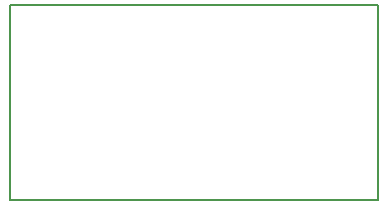
<source format=gm1>
G04 #@! TF.FileFunction,Profile,NP*
%FSLAX46Y46*%
G04 Gerber Fmt 4.6, Leading zero omitted, Abs format (unit mm)*
G04 Created by KiCad (PCBNEW 4.0.0-stable) date Sunday, July 24, 2016 'PMt' 12:32:08 PM*
%MOMM*%
G01*
G04 APERTURE LIST*
%ADD10C,0.100000*%
%ADD11C,0.150000*%
G04 APERTURE END LIST*
D10*
D11*
X31115000Y0D02*
X31115000Y16510000D01*
X0Y0D02*
X31115000Y0D01*
X0Y16510000D02*
X0Y0D01*
X31115000Y16510000D02*
X0Y16510000D01*
M02*

</source>
